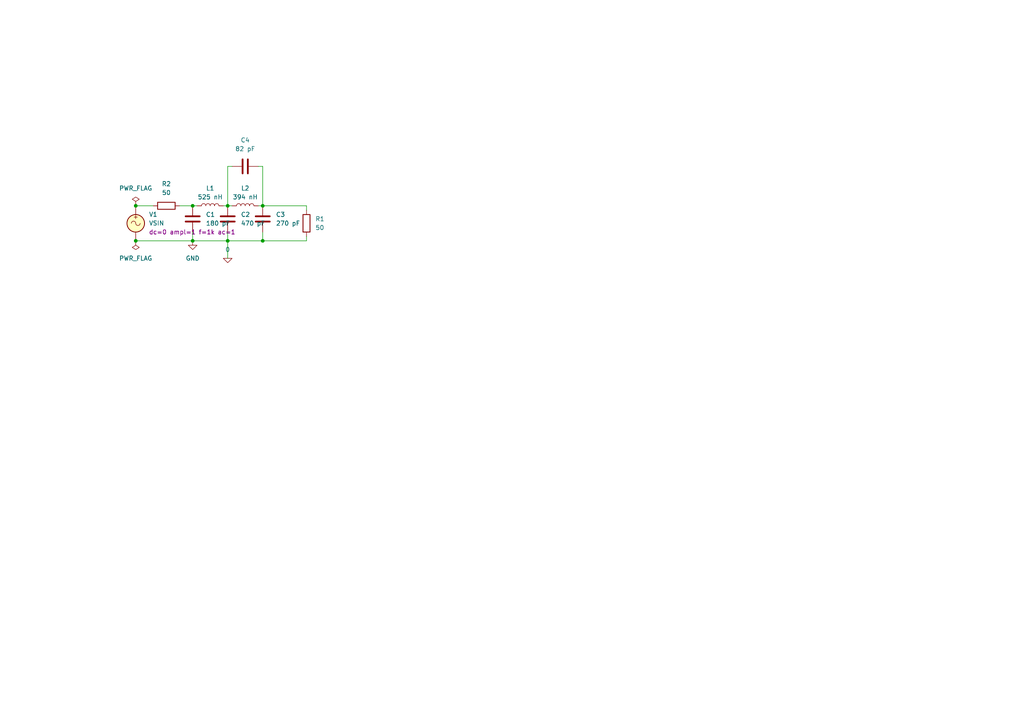
<source format=kicad_sch>
(kicad_sch (version 20230121) (generator eeschema)
  (paper "A4")
  (lib_symbols
    (symbol "Device:C" (pin_numbers hide) (pin_names (offset 0.254))
      (property "Reference" "C" (at 0.635 2.54 0))
      (property "Value" "C" (at 0.635 -2.54 0))
      (symbol "C_0_1"
        (polyline (pts (xy -2.032 -0.762) (xy 2.032 -0.762)) (stroke (width 0.508)))
        (polyline (pts (xy -2.032 0.762) (xy 2.032 0.762)) (stroke (width 0.508)))
      )
      (symbol "C_1_1"
        (pin passive line (at 0 3.81 270) (length 2.794) (name "~") (number "1"))
        (pin passive line (at 0 -3.81 90) (length 2.794) (name "~") (number "2"))
      )
    )
    (symbol "Device:L" (pin_numbers hide) (pin_names (offset 1.016) hide)
      (property "Reference" "L" (at -1.27 0 90))
      (property "Value" "L" (at 1.905 0 90))
      (symbol "L_0_1"
        (arc (start 0 -2.54) (mid 0.6323 -1.905) (end 0 -1.27))
        (arc (start 0 -1.27) (mid 0.6323 -0.635) (end 0 0))
        (arc (start 0 0) (mid 0.6323 0.635) (end 0 1.27))
        (arc (start 0 1.27) (mid 0.6323 1.905) (end 0 2.54))
      )
      (symbol "L_1_1"
        (pin passive line (at 0 3.81 270) (length 1.27) (name "1") (number "1"))
        (pin passive line (at 0 -3.81 90) (length 1.27) (name "2") (number "2"))
      )
    )
    (symbol "Device:R" (pin_numbers hide) (pin_names (offset 0))
      (property "Reference" "R" (at 2.032 0 90))
      (property "Value" "R" (at 0 0 90))
      (symbol "R_0_1"
        (rectangle (start -1.016 -2.54) (end 1.016 2.54) (stroke (width 0.254)))
      )
      (symbol "R_1_1"
        (pin passive line (at 0 3.81 270) (length 1.27) (name "~") (number "1"))
        (pin passive line (at 0 -3.81 90) (length 1.27) (name "~") (number "2"))
      )
    )
    (symbol "Simulation_SPICE:0" (power) (pin_names (offset 0))
      (property "Value" "0" (at 0 -1.778 0))
      (symbol "0_0_1"
        (polyline (pts (xy -1.27 0) (xy 0 -1.27) (xy 1.27 0) (xy -1.27 0)))
      )
      (symbol "0_1_1"
        (pin power_in line (at 0 0 0) (length 0) hide (name "0") (number "1"))
      )
    )
    (symbol "Simulation_SPICE:VSIN" (pin_numbers hide) (pin_names (offset 0.0254))
      (property "Reference" "V" (at 2.54 2.54 0))
      (property "Value" "VSIN" (at 2.54 0 0))
      (property "Sim.Params" "dc=0 ampl=1 f=1k ac=1" (at 2.54 -2.54 0))
      (symbol "VSIN_0_0"
        (arc (start 0 0) (mid -0.635 0.6323) (end -1.27 0))
        (arc (start 0 0) (mid 0.635 -0.6323) (end 1.27 0))
        (text "+" (at 0 1.905 0) (effects (font (size 1.27 1.27))))
      )
      (symbol "VSIN_0_1"
        (circle (center 0 0) (radius 2.54) (stroke (width 0.254)) (fill (type background)))
      )
      (symbol "VSIN_1_1"
        (pin passive line (at 0 5.08 270) (length 2.54) (name "~") (number "1"))
        (pin passive line (at 0 -5.08 90) (length 2.54) (name "~") (number "2"))
      )
    )
    (symbol "power:GND" (power) (pin_names (offset 0))
      (property "Value" "GND" (at 0 -3.81 0))
      (symbol "GND_0_1"
        (polyline (pts (xy 0 0) (xy 0 -1.27) (xy 1.27 -1.27) (xy 0 -2.54) (xy -1.27 -1.27) (xy 0 -1.27)))
      )
      (symbol "GND_1_1"
        (pin power_in line (at 0 0 270) (length 0) hide (name "GND") (number "1"))
      )
    )
    (symbol "power:PWR_FLAG" (power) (pin_numbers hide) (pin_names (offset 0) hide)
      (property "Value" "PWR_FLAG" (at 0 3.81 0))
      (symbol "PWR_FLAG_0_0"
        (pin power_out line (at 0 0 90) (length 0) (name "pwr") (number "1"))
      )
      (symbol "PWR_FLAG_0_1"
        (polyline (pts (xy 0 0) (xy 0 1.27) (xy -1.016 1.905) (xy 0 2.54) (xy 1.016 1.905) (xy 0 1.27)))
      )
    )
  )
  (junction (at 55.88 69.85))
  (junction (at 39.37 69.85))
  (junction (at 76.2 59.69))
  (junction (at 66.04 59.69))
  (junction (at 66.04 69.85))
  (junction (at 76.2 69.85))
  (junction (at 55.88 59.69))
  (junction (at 39.37 59.69))
  (wire (pts (xy 88.9 69.85) (xy 88.9 68.58)))
  (wire (pts (xy 74.93 59.69) (xy 76.2 59.69)))
  (wire (pts (xy 66.04 48.26) (xy 66.04 59.69)))
  (wire (pts (xy 67.31 59.69) (xy 66.04 59.69)))
  (wire (pts (xy 76.2 48.26) (xy 74.93 48.26)))
  (wire (pts (xy 88.9 59.69) (xy 76.2 59.69)))
  (wire (pts (xy 76.2 69.85) (xy 88.9 69.85)))
  (wire (pts (xy 76.2 59.69) (xy 76.2 48.26)))
  (wire (pts (xy 52.07 59.69) (xy 55.88 59.69)))
  (wire (pts (xy 66.04 69.85) (xy 76.2 69.85)))
  (wire (pts (xy 76.2 69.85) (xy 76.2 67.31)))
  (wire (pts (xy 66.04 69.85) (xy 66.04 74.93)))
  (wire (pts (xy 57.15 59.69) (xy 55.88 59.69)))
  (wire (pts (xy 66.04 59.69) (xy 64.77 59.69)))
  (wire (pts (xy 39.37 69.85) (xy 55.88 69.85)))
  (wire (pts (xy 55.88 69.85) (xy 66.04 69.85)))
  (wire (pts (xy 67.31 48.26) (xy 66.04 48.26)))
  (wire (pts (xy 39.37 59.69) (xy 44.45 59.69)))
  (wire (pts (xy 55.88 69.85) (xy 55.88 67.31)))
  (wire (pts (xy 66.04 69.85) (xy 66.04 67.31)))
  (wire (pts (xy 88.9 60.96) (xy 88.9 59.69)))
  (symbol (lib_id "power:PWR_FLAG") (at 39.37 69.85 180) (unit 1)
    (property "Reference" "#FLG02" (effects hide))
    (property "Value" "PWR_FLAG" (at 39.37 74.93 0))
  )
  (symbol (lib_id "Device:R") (at 88.9 64.77 0) (unit 1)
    (property "Reference" "R1" (at 91.44 63.5 0) (effects (justify left)))
    (property "Value" "50" (at 91.44 66.04 0) (effects (justify left)))
  )
  (symbol (lib_id "Device:C") (at 66.04 63.5 0) (unit 1)
    (property "Reference" "C2" (at 69.85 62.23 0) (effects (justify left)))
    (property "Value" "470 pF" (at 69.85 64.77 0) (effects (justify left)))
  )
  (symbol (lib_id "Device:L") (at 60.96 59.69 90) (unit 1)
    (property "Reference" "L1" (at 60.96 54.61 90))
    (property "Value" "525 nH" (at 60.96 57.15 90))
  )
  (symbol (lib_id "Device:C") (at 55.88 63.5 0) (unit 1)
    (property "Reference" "C1" (at 59.69 62.23 0) (effects (justify left)))
    (property "Value" "180 pF" (at 59.69 64.77 0) (effects (justify left)))
  )
  (symbol (lib_id "Simulation_SPICE:0") (at 66.04 74.93 0) (unit 1)
    (property "Reference" "#GND01" (effects hide))
    (property "Value" "0" (at 66.04 72.39 0))
  )
  (symbol (lib_id "Simulation_SPICE:VSIN") (at 39.37 64.77 0) (unit 1)
    (property "Reference" "V1" (at 43.18 62.1942 0) (effects (justify left)))
    (property "Value" "VSIN" (at 43.18 64.7342 0) (effects (justify left)))
    (property "Sim.Pins" "1=+ 2=-" (effects hide))
    (property "Sim.Params" "dc=0 ampl=1 f=1k ac=1" (at 43.18 67.31 0) (effects (justify left)))
    (property "Sim.Type" "SIN" (effects hide))
    (property "Sim.Device" "V" (effects hide))
  )
  (symbol (lib_id "power:GND") (at 55.88 69.85 0) (unit 1)
    (property "Reference" "#PWR01" (effects hide))
    (property "Value" "GND" (at 55.88 74.93 0))
  )
  (symbol (lib_id "Device:C") (at 76.2 63.5 0) (unit 1)
    (property "Reference" "C3" (at 80.01 62.23 0) (effects (justify left)))
    (property "Value" "270 pF" (at 80.01 64.77 0) (effects (justify left)))
  )
  (symbol (lib_id "Device:C") (at 71.12 48.26 90) (unit 1)
    (property "Reference" "C4" (at 71.12 40.64 90))
    (property "Value" "82 pF" (at 71.12 43.18 90))
  )
  (symbol (lib_id "Device:L") (at 71.12 59.69 90) (unit 1)
    (property "Reference" "L2" (at 71.12 54.61 90))
    (property "Value" "394 nH" (at 71.12 57.15 90))
  )
  (symbol (lib_id "Device:R") (at 48.26 59.69 90) (unit 1)
    (property "Reference" "R2" (at 48.26 53.34 90))
    (property "Value" "50" (at 48.26 55.88 90))
  )
  (symbol (lib_id "power:PWR_FLAG") (at 39.37 59.69 0) (unit 1)
    (property "Reference" "#FLG01" (effects hide))
    (property "Value" "PWR_FLAG" (at 39.37 54.61 0))
  )
)
</source>
